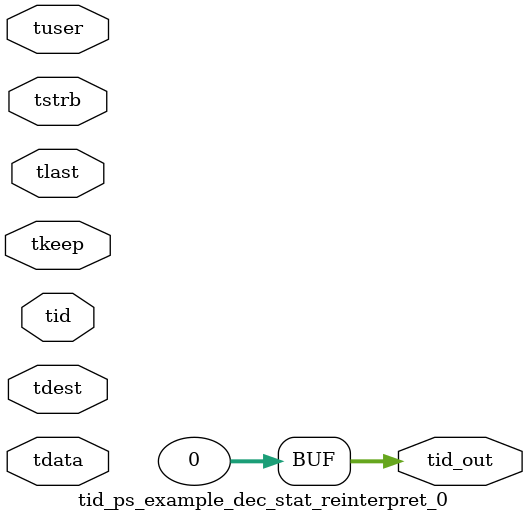
<source format=v>


`timescale 1ps/1ps

module tid_ps_example_dec_stat_reinterpret_0 #
(
parameter C_S_AXIS_TID_WIDTH   = 1,
parameter C_S_AXIS_TUSER_WIDTH = 0,
parameter C_S_AXIS_TDATA_WIDTH = 0,
parameter C_S_AXIS_TDEST_WIDTH = 0,
parameter C_M_AXIS_TID_WIDTH   = 32
)
(
input  [(C_S_AXIS_TID_WIDTH   == 0 ? 1 : C_S_AXIS_TID_WIDTH)-1:0       ] tid,
input  [(C_S_AXIS_TDATA_WIDTH == 0 ? 1 : C_S_AXIS_TDATA_WIDTH)-1:0     ] tdata,
input  [(C_S_AXIS_TUSER_WIDTH == 0 ? 1 : C_S_AXIS_TUSER_WIDTH)-1:0     ] tuser,
input  [(C_S_AXIS_TDEST_WIDTH == 0 ? 1 : C_S_AXIS_TDEST_WIDTH)-1:0     ] tdest,
input  [(C_S_AXIS_TDATA_WIDTH/8)-1:0 ] tkeep,
input  [(C_S_AXIS_TDATA_WIDTH/8)-1:0 ] tstrb,
input                                                                    tlast,
output [(C_M_AXIS_TID_WIDTH   == 0 ? 1 : C_M_AXIS_TID_WIDTH)-1:0       ] tid_out
);

assign tid_out = {1'b0};

endmodule


</source>
